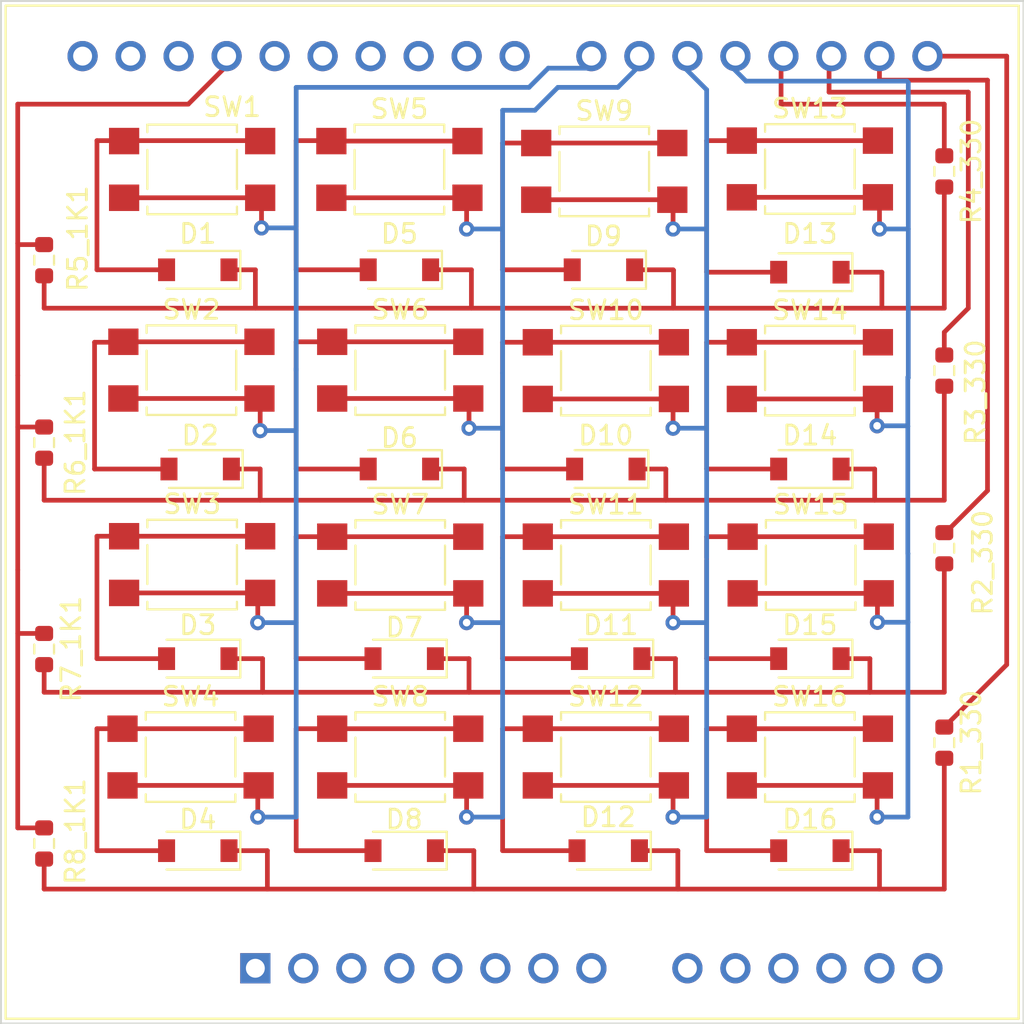
<source format=kicad_pcb>
(kicad_pcb (version 20211014) (generator pcbnew)
  (layers (0 "F.Cu" signal) (31 "B.Cu" signal) (34 "B.Paste" user) (35 "F.Paste" user) (36 "B.SilkS" user "B.Silkscreen") (37 "F.SilkS" user "F.Silkscreen") (38 "B.Mask" user) (39 "F.Mask" user) (44 "Edge.Cuts" user))
  (net 0 "")
  (net 15 "Net-(D1-Pad1)")
  (net 16 "Net-(D1-Pad2)")
  (net 17 "Net-(D11-Pad2)")
  (net 24 "Net-(D5-Pad1)")
  (net 28 "Net-(D9-Pad1)")
  (net 29 "Net-(D15-Pad1)")
  (net 30 "Net-(R1_330-Pad1)")
  (net 31 "Net-(R2_330-Pad1)")
  (net 32 "Net-(R3_330-Pad1)")
  (net 33 "Net-(R4_330-Pad1)")
  (net 34 "Net-(R5_1K1-Pad1)")
  (net 35 "Net-(SW1-Pad2)")
  (net 36 "Net-(D13-Pad1)")
  (net 37 "Net-(SW10-Pad2)")
  (net 38 "Net-(D2-Pad1)")
  (net 39 "Net-(D10-Pad2)")
  (net 40 "Net-(D3-Pad1)")
  (net 41 "Net-(D4-Pad1)")
  (net 42 "Net-(D12-Pad2)")
  (net 43 "Net-(D6-Pad1)")
  (net 44 "Net-(D7-Pad1)")
  (net 45 "Net-(D8-Pad1)")
  (net 46 "Net-(D10-Pad1)")
  (net 47 "Net-(D11-Pad1)")
  (net 48 "Net-(D12-Pad1)")
  (net 49 "Net-(D14-Pad1)")
  (net 50 "Net-(D16-Pad1)")
  (net 51 "Net-(SW5-Pad2)")
  (net 52 "Net-(SW13-Pad2)")
  (footprint "Diode_SMD:D_SOD-123" (layer "F.Cu") (at 121.412 67.945 180)
    (fp_text reference "D2" (at 0 1.778) (layer "F.SilkS"))
    (fp_text value "DIODE")
    (pad "1" smd rect (at 1.651 0 180) (size 0.9 1.2) (layers "F.Cu" "F.Paste" "F.Mask") (net 38 "Net-(D2-Pad1)"))
    (pad "2" smd rect (at -1.651 0 180) (size 0.9 1.2) (layers "F.Cu" "F.Paste" "F.Mask") (net 39 "Net-(D10-Pad2)"))
  )
  (footprint "Resistor_SMD:R_0603_1608Metric" (layer "F.Cu") (at 160.782 82.423 -90)
    (fp_text reference "R1_330" (at 0 -1.43 -90) (layer "F.SilkS"))
    (fp_text value "R_Small_US")
    (pad "1" smd roundrect (at -0.825 0 270) (size 0.8 0.95) (layers "F.Cu" "F.Paste" "F.Mask") (net 30 "Net-(R1_330-Pad1)"))
    (pad "2" smd roundrect (at 0.825 0 270) (size 0.8 0.95) (layers "F.Cu" "F.Paste" "F.Mask") (net 42 "Net-(D12-Pad2)"))
  )
  (footprint "Diode_SMD:D_SOD-123" (layer "F.Cu") (at 121.285 88.138 180)
    (fp_text reference "D4" (at 0 1.651) (layer "F.SilkS"))
    (fp_text value "DIODE")
    (pad "1" smd rect (at 1.651 0 180) (size 0.9 1.2) (layers "F.Cu" "F.Paste" "F.Mask") (net 41 "Net-(D4-Pad1)"))
    (pad "2" smd rect (at -1.651 0 180) (size 0.9 1.2) (layers "F.Cu" "F.Paste" "F.Mask") (net 42 "Net-(D12-Pad2)"))
  )
  (footprint "Diode_SMD:D_SOD-123" (layer "F.Cu") (at 153.67 77.978 180)
    (fp_text reference "D15" (at 0.001 1.778) (layer "F.SilkS"))
    (fp_text value "DIODE")
    (pad "1" smd rect (at 1.651 0 180) (size 0.9 1.2) (layers "F.Cu" "F.Paste" "F.Mask") (net 29 "Net-(D15-Pad1)"))
    (pad "2" smd rect (at -1.651 0 180) (size 0.9 1.2) (layers "F.Cu" "F.Paste" "F.Mask") (net 17 "Net-(D11-Pad2)"))
  )
  (footprint "Button_Switch_SMD:SW_SPST_TL3305B" (layer "F.Cu") (at 142.875 62.738)
    (fp_text reference "SW10" (at 0 -3.2) (layer "F.SilkS"))
    (fp_text value "SW_Push")
    (pad "1" smd rect (at 3.6 -1.5) (size 1.6 1.4) (layers "F.Cu" "F.Paste" "F.Mask") (net 46 "Net-(D10-Pad1)"))
    (pad "1" smd rect (at -3.6 -1.5) (size 1.6 1.4) (layers "F.Cu" "F.Paste" "F.Mask") (net 46 "Net-(D10-Pad1)"))
    (pad "2" smd rect (at -3.6 1.5) (size 1.6 1.4) (layers "F.Cu" "F.Paste" "F.Mask") (net 37 "Net-(SW10-Pad2)"))
    (pad "2" smd rect (at 3.6 1.5) (size 1.6 1.4) (layers "F.Cu" "F.Paste" "F.Mask") (net 37 "Net-(SW10-Pad2)"))
  )
  (footprint "Button_Switch_SMD:SW_SPST_TL3305B" (layer "F.Cu") (at 120.948 62.714)
    (fp_text reference "SW2" (at 0 -3.2) (layer "F.SilkS"))
    (fp_text value "SW_Push")
    (pad "1" smd rect (at -3.6 -1.5) (size 1.6 1.4) (layers "F.Cu" "F.Paste" "F.Mask") (net 38 "Net-(D2-Pad1)"))
    (pad "1" smd rect (at 3.6 -1.5) (size 1.6 1.4) (layers "F.Cu" "F.Paste" "F.Mask") (net 38 "Net-(D2-Pad1)"))
    (pad "2" smd rect (at 3.6 1.5) (size 1.6 1.4) (layers "F.Cu" "F.Paste" "F.Mask") (net 35 "Net-(SW1-Pad2)"))
    (pad "2" smd rect (at -3.6 1.5) (size 1.6 1.4) (layers "F.Cu" "F.Paste" "F.Mask") (net 35 "Net-(SW1-Pad2)"))
  )
  (footprint "Resistor_SMD:R_0603_1608Metric" (layer "F.Cu") (at 113.157 66.548 -90)
    (fp_text reference "R6_1K1" (at 0 -1.651 90) (layer "F.SilkS"))
    (fp_text value "R_Small_US")
    (pad "1" smd roundrect (at -0.825 0 270) (size 0.8 0.95) (layers "F.Cu" "F.Paste" "F.Mask") (net 34 "Net-(R5_1K1-Pad1)"))
    (pad "2" smd roundrect (at 0.825 0 270) (size 0.8 0.95) (layers "F.Cu" "F.Paste" "F.Mask") (net 39 "Net-(D10-Pad2)"))
  )
  (footprint "Button_Switch_SMD:SW_SPST_TL3305B" (layer "F.Cu") (at 153.714 73.025)
    (fp_text reference "SW15" (at 0 -3.2) (layer "F.SilkS"))
    (fp_text value "SW_Push")
    (pad "1" smd rect (at -3.6 -1.5) (size 1.6 1.4) (layers "F.Cu" "F.Paste" "F.Mask") (net 29 "Net-(D15-Pad1)"))
    (pad "1" smd rect (at 3.6 -1.5) (size 1.6 1.4) (layers "F.Cu" "F.Paste" "F.Mask") (net 29 "Net-(D15-Pad1)"))
    (pad "2" smd rect (at -3.6 1.5) (size 1.6 1.4) (layers "F.Cu" "F.Paste" "F.Mask") (net 52 "Net-(SW13-Pad2)"))
    (pad "2" smd rect (at 3.6 1.5) (size 1.6 1.4) (layers "F.Cu" "F.Paste" "F.Mask") (net 52 "Net-(SW13-Pad2)"))
  )
  (footprint "Diode_SMD:D_SOD-123" (layer "F.Cu") (at 142.748 57.404 180)
    (fp_text reference "D9" (at 0 1.778) (layer "F.SilkS"))
    (fp_text value "DIODE")
    (pad "1" smd rect (at 1.651 0 180) (size 0.9 1.2) (layers "F.Cu" "F.Paste" "F.Mask") (net 28 "Net-(D9-Pad1)"))
    (pad "2" smd rect (at -1.651 0 180) (size 0.9 1.2) (layers "F.Cu" "F.Paste" "F.Mask") (net 16 "Net-(D1-Pad2)"))
  )
  (footprint "Button_Switch_SMD:SW_SPST_TL3305B" (layer "F.Cu") (at 153.67 62.738)
    (fp_text reference "SW14" (at 0 -3.2) (layer "F.SilkS"))
    (fp_text value "SW_Push")
    (pad "1" smd rect (at 3.6 -1.5) (size 1.6 1.4) (layers "F.Cu" "F.Paste" "F.Mask") (net 49 "Net-(D14-Pad1)"))
    (pad "1" smd rect (at -3.6 -1.5) (size 1.6 1.4) (layers "F.Cu" "F.Paste" "F.Mask") (net 49 "Net-(D14-Pad1)"))
    (pad "2" smd rect (at 3.6 1.5) (size 1.6 1.4) (layers "F.Cu" "F.Paste" "F.Mask") (net 52 "Net-(SW13-Pad2)"))
    (pad "2" smd rect (at -3.6 1.5) (size 1.6 1.4) (layers "F.Cu" "F.Paste" "F.Mask") (net 52 "Net-(SW13-Pad2)"))
  )
  (footprint "Button_Switch_SMD:SW_SPST_TL3305B" (layer "F.Cu") (at 131.997 83.185)
    (fp_text reference "SW8" (at 0 -3.2) (layer "F.SilkS"))
    (fp_text value "SW_Push")
    (pad "1" smd rect (at -3.6 -1.5) (size 1.6 1.4) (layers "F.Cu" "F.Paste" "F.Mask") (net 45 "Net-(D8-Pad1)"))
    (pad "1" smd rect (at 3.6 -1.5) (size 1.6 1.4) (layers "F.Cu" "F.Paste" "F.Mask") (net 45 "Net-(D8-Pad1)"))
    (pad "2" smd rect (at 3.6 1.5) (size 1.6 1.4) (layers "F.Cu" "F.Paste" "F.Mask") (net 51 "Net-(SW5-Pad2)"))
    (pad "2" smd rect (at -3.6 1.5) (size 1.6 1.4) (layers "F.Cu" "F.Paste" "F.Mask") (net 51 "Net-(SW5-Pad2)"))
  )
  (footprint "Resistor_SMD:R_0603_1608Metric" (layer "F.Cu") (at 160.782 72.136 -90)
    (fp_text reference "R2_330" (at 0.762 -2.032 -90) (layer "F.SilkS"))
    (fp_text value "R_Small_US")
    (pad "1" smd roundrect (at -0.825 0 270) (size 0.8 0.95) (layers "F.Cu" "F.Paste" "F.Mask") (net 31 "Net-(R2_330-Pad1)"))
    (pad "2" smd roundrect (at 0.825 0 270) (size 0.8 0.95) (layers "F.Cu" "F.Paste" "F.Mask") (net 17 "Net-(D11-Pad2)"))
  )
  (footprint "Resistor_SMD:R_0603_1608Metric" (layer "F.Cu") (at 160.782 62.738 -90)
    (fp_text reference "R3_330" (at 1.143 -1.651 -90) (layer "F.SilkS"))
    (fp_text value "R_Small_US")
    (pad "1" smd roundrect (at -0.825 0 270) (size 0.8 0.95) (layers "F.Cu" "F.Paste" "F.Mask") (net 32 "Net-(R3_330-Pad1)"))
    (pad "2" smd roundrect (at 0.825 0 270) (size 0.8 0.95) (layers "F.Cu" "F.Paste" "F.Mask") (net 39 "Net-(D10-Pad2)"))
  )
  (footprint "Button_Switch_SMD:SW_SPST_TL3305B" (layer "F.Cu") (at 131.997 73.025)
    (fp_text reference "SW7" (at 0 -3.2) (layer "F.SilkS"))
    (fp_text value "SW_Push")
    (pad "1" smd rect (at -3.6 -1.5) (size 1.6 1.4) (layers "F.Cu" "F.Paste" "F.Mask") (net 44 "Net-(D7-Pad1)"))
    (pad "1" smd rect (at 3.6 -1.5) (size 1.6 1.4) (layers "F.Cu" "F.Paste" "F.Mask") (net 44 "Net-(D7-Pad1)"))
    (pad "2" smd rect (at -3.6 1.5) (size 1.6 1.4) (layers "F.Cu" "F.Paste" "F.Mask") (net 51 "Net-(SW5-Pad2)"))
    (pad "2" smd rect (at 3.6 1.5) (size 1.6 1.4) (layers "F.Cu" "F.Paste" "F.Mask") (net 51 "Net-(SW5-Pad2)"))
  )
  (footprint "Diode_SMD:D_SOD-123" (layer "F.Cu") (at 121.285 57.404 180)
    (fp_text reference "D1" (at 0 1.905) (layer "F.SilkS"))
    (fp_text value "DIODE")
    (pad "1" smd rect (at 1.651 0 180) (size 0.9 1.2) (layers "F.Cu" "F.Paste" "F.Mask") (net 15 "Net-(D1-Pad1)"))
    (pad "2" smd rect (at -1.651 0 180) (size 0.9 1.2) (layers "F.Cu" "F.Paste" "F.Mask") (net 16 "Net-(D1-Pad2)"))
  )
  (footprint "Button_Switch_SMD:SW_SPST_TL3305B" (layer "F.Cu") (at 153.67 52.07)
    (fp_text reference "SW13" (at 0 -3.2) (layer "F.SilkS"))
    (fp_text value "SW_Push")
    (pad "1" smd rect (at 3.6 -1.5) (size 1.6 1.4) (layers "F.Cu" "F.Paste" "F.Mask") (net 36 "Net-(D13-Pad1)"))
    (pad "1" smd rect (at -3.6 -1.5) (size 1.6 1.4) (layers "F.Cu" "F.Paste" "F.Mask") (net 36 "Net-(D13-Pad1)"))
    (pad "2" smd rect (at -3.6 1.5) (size 1.6 1.4) (layers "F.Cu" "F.Paste" "F.Mask") (net 52 "Net-(SW13-Pad2)"))
    (pad "2" smd rect (at 3.6 1.5) (size 1.6 1.4) (layers "F.Cu" "F.Paste" "F.Mask") (net 52 "Net-(SW13-Pad2)"))
  )
  (footprint "Diode_SMD:D_SOD-123" (layer "F.Cu") (at 153.67 57.531 180)
    (fp_text reference "D13" (at 0 2.032) (layer "F.SilkS"))
    (fp_text value "DIODE")
    (pad "1" smd rect (at 1.651 0 180) (size 0.9 1.2) (layers "F.Cu" "F.Paste" "F.Mask") (net 36 "Net-(D13-Pad1)"))
    (pad "2" smd rect (at -1.651 0 180) (size 0.9 1.2) (layers "F.Cu" "F.Paste" "F.Mask") (net 16 "Net-(D1-Pad2)"))
  )
  (footprint "Resistor_SMD:R_0603_1608Metric" (layer "F.Cu") (at 113.157 56.896 -90)
    (fp_text reference "R5_1K1" (at -1.143 -1.778 -90) (layer "F.SilkS"))
    (fp_text value "R_Small_US")
    (pad "1" smd roundrect (at -0.825 0 270) (size 0.8 0.95) (layers "F.Cu" "F.Paste" "F.Mask") (net 34 "Net-(R5_1K1-Pad1)"))
    (pad "2" smd roundrect (at 0.825 0 270) (size 0.8 0.95) (layers "F.Cu" "F.Paste" "F.Mask") (net 16 "Net-(D1-Pad2)"))
  )
  (footprint "Diode_SMD:D_SOD-123" (layer "F.Cu") (at 132.207 77.978 180)
    (fp_text reference "D7" (at 0 1.651) (layer "F.SilkS"))
    (fp_text value "DIODE")
    (pad "1" smd rect (at 1.651 0 180) (size 0.9 1.2) (layers "F.Cu" "F.Paste" "F.Mask") (net 44 "Net-(D7-Pad1)"))
    (pad "2" smd rect (at -1.651 0 180) (size 0.9 1.2) (layers "F.Cu" "F.Paste" "F.Mask") (net 17 "Net-(D11-Pad2)"))
  )
  (footprint "Diode_SMD:D_SOD-123" (layer "F.Cu") (at 131.953 57.404 180)
    (fp_text reference "D5" (at 0.001 1.905) (layer "F.SilkS"))
    (fp_text value "DIODE")
    (pad "1" smd rect (at 1.651 0 180) (size 0.9 1.2) (layers "F.Cu" "F.Paste" "F.Mask") (net 24 "Net-(D5-Pad1)"))
    (pad "2" smd rect (at -1.651 0 180) (size 0.9 1.2) (layers "F.Cu" "F.Paste" "F.Mask") (net 16 "Net-(D1-Pad2)"))
  )
  (footprint "Button_Switch_SMD:SW_SPST_TL3305B" (layer "F.Cu") (at 131.997 62.714)
    (fp_text reference "SW6" (at 0 -3.2) (layer "F.SilkS"))
    (fp_text value "SW_Push")
    (pad "1" smd rect (at 3.6 -1.5) (size 1.6 1.4) (layers "F.Cu" "F.Paste" "F.Mask") (net 43 "Net-(D6-Pad1)"))
    (pad "1" smd rect (at -3.6 -1.5) (size 1.6 1.4) (layers "F.Cu" "F.Paste" "F.Mask") (net 43 "Net-(D6-Pad1)"))
    (pad "2" smd rect (at 3.6 1.5) (size 1.6 1.4) (layers "F.Cu" "F.Paste" "F.Mask") (net 51 "Net-(SW5-Pad2)"))
    (pad "2" smd rect (at -3.6 1.5) (size 1.6 1.4) (layers "F.Cu" "F.Paste" "F.Mask") (net 51 "Net-(SW5-Pad2)"))
  )
  (footprint "Custom_Components:DE10_Lite" (layer "F.Cu") (at 139.825 71.753)
    (fp_text reference "U1" hide)
    (fp_text value "DE10_Lite")
    (pad "1" thru_hole rect (at -15.494 22.606 90) (size 1.6 1.6) (drill 1) (layers *.Mask "F.Cu" "In1.Cu" "B.Cu"))
    (pad "2" thru_hole oval (at -12.954 22.606 90) (size 1.6 1.6) (drill 1) (layers *.Mask "F.Cu" "In1.Cu" "B.Cu"))
    (pad "3" thru_hole oval (at -10.414 22.606 90) (size 1.6 1.6) (drill 1) (layers *.Mask "F.Cu" "In1.Cu" "B.Cu"))
    (pad "4" thru_hole oval (at -7.874 22.606 90) (size 1.6 1.6) (drill 1) (layers *.Mask "F.Cu" "In1.Cu" "B.Cu"))
    (pad "5" thru_hole oval (at -5.334 22.606 90) (size 1.6 1.6) (drill 1) (layers *.Mask "F.Cu" "In1.Cu" "B.Cu"))
    (pad "6" thru_hole oval (at -2.794 22.606 90) (size 1.6 1.6) (drill 1) (layers *.Mask "F.Cu" "In1.Cu" "B.Cu"))
    (pad "7" thru_hole oval (at -0.254 22.606 90) (size 1.6 1.6) (drill 1) (layers *.Mask "F.Cu" "In1.Cu" "B.Cu"))
    (pad "8" thru_hole oval (at 2.286 22.606 90) (size 1.6 1.6) (drill 1) (layers *.Mask "F.Cu" "In1.Cu" "B.Cu"))
    (pad "9" thru_hole oval (at 7.366 22.606 90) (size 1.6 1.6) (drill 1) (layers *.Mask "F.Cu" "In1.Cu" "B.Cu"))
    (pad "10" thru_hole oval (at 9.906 22.606 90) (size 1.6 1.6) (drill 1) (layers *.Mask "F.Cu" "In1.Cu" "B.Cu"))
    (pad "11" thru_hole oval (at 12.446 22.606 90) (size 1.6 1.6) (drill 1) (layers *.Mask "F.Cu" "In1.Cu" "B.Cu"))
    (pad "12" thru_hole oval (at 14.986 22.606 90) (size 1.6 1.6) (drill 1) (layers *.Mask "F.Cu" "In1.Cu" "B.Cu"))
    (pad "13" thru_hole oval (at 17.526 22.606 90) (size 1.6 1.6) (drill 1) (layers *.Mask "F.Cu" "In1.Cu" "B.Cu"))
    (pad "14" thru_hole oval (at 20.066 22.606 90) (size 1.6 1.6) (drill 1) (layers *.Mask "F.Cu" "In1.Cu" "B.Cu"))
    (pad "15" thru_hole oval (at 20.066 -25.654 90) (size 1.6 1.6) (drill 1) (layers *.Mask "F.Cu" "In1.Cu" "B.Cu") (net 30 "Net-(R1_330-Pad1)"))
    (pad "16" thru_hole oval (at 17.526 -25.654 90) (size 1.6 1.6) (drill 1) (layers *.Mask "F.Cu" "In1.Cu" "B.Cu") (net 31 "Net-(R2_330-Pad1)"))
    (pad "17" thru_hole oval (at 14.986 -25.654 90) (size 1.6 1.6) (drill 1) (layers *.Mask "F.Cu" "In1.Cu" "B.Cu") (net 32 "Net-(R3_330-Pad1)"))
    (pad "18" thru_hole oval (at 12.446 -25.654 90) (size 1.6 1.6) (drill 1) (layers *.Mask "F.Cu" "In1.Cu" "B.Cu") (net 33 "Net-(R4_330-Pad1)"))
    (pad "19" thru_hole oval (at 9.906 -25.654 90) (size 1.6 1.6) (drill 1) (layers *.Mask "F.Cu" "In1.Cu" "B.Cu") (net 52 "Net-(SW13-Pad2)"))
    (pad "20" thru_hole oval (at 7.366 -25.654 90) (size 1.6 1.6) (drill 1) (layers *.Mask "F.Cu" "In1.Cu" "B.Cu") (net 37 "Net-(SW10-Pad2)"))
    (pad "21" thru_hole oval (at 4.826 -25.654 90) (size 1.6 1.6) (drill 1) (layers *.Mask "F.Cu" "In1.Cu" "B.Cu") (net 51 "Net-(SW5-Pad2)"))
    (pad "22" thru_hole oval (at 2.286 -25.654 90) (size 1.6 1.6) (drill 1) (layers *.Mask "F.Cu" "In1.Cu" "B.Cu") (net 35 "Net-(SW1-Pad2)"))
    (pad "23" thru_hole oval (at -1.774 -25.654 90) (size 1.6 1.6) (drill 1) (layers *.Mask "F.Cu" "In1.Cu" "B.Cu"))
    (pad "24" thru_hole oval (at -4.314 -25.654 90) (size 1.6 1.6) (drill 1) (layers *.Mask "F.Cu" "In1.Cu" "B.Cu"))
    (pad "25" thru_hole oval (at -6.854 -25.654 90) (size 1.6 1.6) (drill 1) (layers *.Mask "F.Cu" "In1.Cu" "B.Cu"))
    (pad "26" thru_hole oval (at -9.394 -25.654 90) (size 1.6 1.6) (drill 1) (layers *.Mask "F.Cu" "In1.Cu" "B.Cu"))
    (pad "27" thru_hole oval (at -11.934 -25.654 90) (size 1.6 1.6) (drill 1) (layers *.Mask "F.Cu" "In1.Cu" "B.Cu"))
    (pad "28" thru_hole oval (at -14.474 -25.654 90) (size 1.6 1.6) (drill 1) (layers *.Mask "F.Cu" "In1.Cu" "B.Cu"))
    (pad "29" thru_hole oval (at -17.014 -25.654 90) (size 1.6 1.6) (drill 1) (layers *.Cu *.Mask) (net 34 "Net-(R5_1K1-Pad1)"))
    (pad "30" thru_hole oval (at -19.554 -25.654 90) (size 1.6 1.6) (drill 1) (layers *.Mask "F.Cu" "In1.Cu" "B.Cu"))
    (pad "31" thru_hole oval (at -22.094 -25.654 90) (size 1.6 1.6) (drill 1) (layers *.Mask "F.Cu" "In1.Cu" "B.Cu"))
    (pad "32" thru_hole oval (at -24.634 -25.654 90) (size 1.6 1.6) (drill 1) (layers *.Mask "F.Cu" "In1.Cu" "B.Cu"))
  )
  (footprint "Diode_SMD:D_SOD-123" (layer "F.Cu") (at 121.285 77.978 180)
    (fp_text reference "D3" (at 0 1.778) (layer "F.SilkS"))
    (fp_text value "DIODE")
    (pad "1" smd rect (at 1.651 0 180) (size 0.9 1.2) (layers "F.Cu" "F.Paste" "F.Mask") (net 40 "Net-(D3-Pad1)"))
    (pad "2" smd rect (at -1.651 0 180) (size 0.9 1.2) (layers "F.Cu" "F.Paste" "F.Mask") (net 17 "Net-(D11-Pad2)"))
  )
  (footprint "Diode_SMD:D_SOD-123" (layer "F.Cu") (at 143.002 88.138 180)
    (fp_text reference "D12" (at 0 1.778) (layer "F.SilkS"))
    (fp_text value "DIODE")
    (pad "1" smd rect (at 1.651 0 180) (size 0.9 1.2) (layers "F.Cu" "F.Paste" "F.Mask") (net 48 "Net-(D12-Pad1)"))
    (pad "2" smd rect (at -1.651 0 180) (size 0.9 1.2) (layers "F.Cu" "F.Paste" "F.Mask") (net 42 "Net-(D12-Pad2)"))
  )
  (footprint "Diode_SMD:D_SOD-123" (layer "F.Cu") (at 153.67 88.138 180)
    (fp_text reference "D16" (at 0 1.651) (layer "F.SilkS"))
    (fp_text value "DIODE")
    (pad "1" smd rect (at 1.651 0 180) (size 0.9 1.2) (layers "F.Cu" "F.Paste" "F.Mask") (net 50 "Net-(D16-Pad1)"))
    (pad "2" smd rect (at -1.651 0 180) (size 0.9 1.2) (layers "F.Cu" "F.Paste" "F.Mask") (net 42 "Net-(D12-Pad2)"))
  )
  (footprint "Diode_SMD:D_SOD-123" (layer "F.Cu") (at 131.953 67.945 180)
    (fp_text reference "D6" (at 0 1.651) (layer "F.SilkS"))
    (fp_text value "DIODE")
    (pad "1" smd rect (at 1.651 0 180) (size 0.9 1.2) (layers "F.Cu" "F.Paste" "F.Mask") (net 43 "Net-(D6-Pad1)"))
    (pad "2" smd rect (at -1.651 0 180) (size 0.9 1.2) (layers "F.Cu" "F.Paste" "F.Mask") (net 39 "Net-(D10-Pad2)"))
  )
  (footprint "Button_Switch_SMD:SW_SPST_TL3305B" (layer "F.Cu") (at 142.875 73.025)
    (fp_text reference "SW11" (at 0 -3.2) (layer "F.SilkS"))
    (fp_text value "SW_Push")
    (pad "1" smd rect (at 3.6 -1.5) (size 1.6 1.4) (layers "F.Cu" "F.Paste" "F.Mask") (net 47 "Net-(D11-Pad1)"))
    (pad "1" smd rect (at -3.6 -1.5) (size 1.6 1.4) (layers "F.Cu" "F.Paste" "F.Mask") (net 47 "Net-(D11-Pad1)"))
    (pad "2" smd rect (at -3.6 1.5) (size 1.6 1.4) (layers "F.Cu" "F.Paste" "F.Mask") (net 37 "Net-(SW10-Pad2)"))
    (pad "2" smd rect (at 3.6 1.5) (size 1.6 1.4) (layers "F.Cu" "F.Paste" "F.Mask") (net 37 "Net-(SW10-Pad2)"))
  )
  (footprint "Button_Switch_SMD:SW_SPST_TL3305B" (layer "F.Cu") (at 142.875 83.185)
    (fp_text reference "SW12" (at 0 -3.2) (layer "F.SilkS"))
    (fp_text value "SW_Push")
    (pad "1" smd rect (at -3.6 -1.5) (size 1.6 1.4) (layers "F.Cu" "F.Paste" "F.Mask") (net 48 "Net-(D12-Pad1)"))
    (pad "1" smd rect (at 3.6 -1.5) (size 1.6 1.4) (layers "F.Cu" "F.Paste" "F.Mask") (net 48 "Net-(D12-Pad1)"))
    (pad "2" smd rect (at -3.6 1.5) (size 1.6 1.4) (layers "F.Cu" "F.Paste" "F.Mask") (net 37 "Net-(SW10-Pad2)"))
    (pad "2" smd rect (at 3.6 1.5) (size 1.6 1.4) (layers "F.Cu" "F.Paste" "F.Mask") (net 37 "Net-(SW10-Pad2)"))
  )
  (footprint "Button_Switch_SMD:SW_SPST_TL3305B" (layer "F.Cu") (at 131.953 52.094)
    (fp_text reference "SW5" (at 0 -3.2) (layer "F.SilkS"))
    (fp_text value "SW_Push")
    (pad "1" smd rect (at 3.6 -1.5) (size 1.6 1.4) (layers "F.Cu" "F.Paste" "F.Mask") (net 24 "Net-(D5-Pad1)"))
    (pad "1" smd rect (at -3.6 -1.5) (size 1.6 1.4) (layers "F.Cu" "F.Paste" "F.Mask") (net 24 "Net-(D5-Pad1)"))
    (pad "2" smd rect (at -3.6 1.5) (size 1.6 1.4) (layers "F.Cu" "F.Paste" "F.Mask") (net 51 "Net-(SW5-Pad2)"))
    (pad "2" smd rect (at 3.6 1.5) (size 1.6 1.4) (layers "F.Cu" "F.Paste" "F.Mask") (net 51 "Net-(SW5-Pad2)"))
  )
  (footprint "Button_Switch_SMD:SW_SPST_TL3305B" (layer "F.Cu") (at 142.792 52.197)
    (fp_text reference "SW9" (at 0 -3.2) (layer "F.SilkS"))
    (fp_text value "SW_Push")
    (pad "1" smd rect (at 3.6 -1.5) (size 1.6 1.4) (layers "F.Cu" "F.Paste" "F.Mask") (net 28 "Net-(D9-Pad1)"))
    (pad "1" smd rect (at -3.6 -1.5) (size 1.6 1.4) (layers "F.Cu" "F.Paste" "F.Mask") (net 28 "Net-(D9-Pad1)"))
    (pad "2" smd rect (at 3.6 1.5) (size 1.6 1.4) (layers "F.Cu" "F.Paste" "F.Mask") (net 37 "Net-(SW10-Pad2)"))
    (pad "2" smd rect (at -3.6 1.5) (size 1.6 1.4) (layers "F.Cu" "F.Paste" "F.Mask") (net 37 "Net-(SW10-Pad2)"))
  )
  (footprint "Resistor_SMD:R_0603_1608Metric" (layer "F.Cu") (at 113.157 77.47 -90)
    (fp_text reference "R7_1K1" (at 0 -1.43 90) (layer "F.SilkS"))
    (fp_text value "R_Small_US")
    (pad "1" smd roundrect (at -0.825 0 270) (size 0.8 0.95) (layers "F.Cu" "F.Paste" "F.Mask") (net 34 "Net-(R5_1K1-Pad1)"))
    (pad "2" smd roundrect (at 0.825 0 270) (size 0.8 0.95) (layers "F.Cu" "F.Paste" "F.Mask") (net 17 "Net-(D11-Pad2)"))
  )
  (footprint "Button_Switch_SMD:SW_SPST_TL3305B" (layer "F.Cu") (at 153.67 83.185)
    (fp_text reference "SW16" (at 0 -3.2) (layer "F.SilkS"))
    (fp_text value "SW_Push")
    (pad "1" smd rect (at 3.6 -1.5) (size 1.6 1.4) (layers "F.Cu" "F.Paste" "F.Mask") (net 50 "Net-(D16-Pad1)"))
    (pad "1" smd rect (at -3.6 -1.5) (size 1.6 1.4) (layers "F.Cu" "F.Paste" "F.Mask") (net 50 "Net-(D16-Pad1)"))
    (pad "2" smd rect (at -3.6 1.5) (size 1.6 1.4) (layers "F.Cu" "F.Paste" "F.Mask") (net 52 "Net-(SW13-Pad2)"))
    (pad "2" smd rect (at 3.6 1.5) (size 1.6 1.4) (layers "F.Cu" "F.Paste" "F.Mask") (net 52 "Net-(SW13-Pad2)"))
  )
  (footprint "Diode_SMD:D_SOD-123" (layer "F.Cu") (at 142.875 67.945 180)
    (fp_text reference "D10" (at 0 1.778) (layer "F.SilkS"))
    (fp_text value "DIODE")
    (pad "1" smd rect (at 1.651 0 180) (size 0.9 1.2) (layers "F.Cu" "F.Paste" "F.Mask") (net 46 "Net-(D10-Pad1)"))
    (pad "2" smd rect (at -1.651 0 180) (size 0.9 1.2) (layers "F.Cu" "F.Paste" "F.Mask") (net 39 "Net-(D10-Pad2)"))
  )
  (footprint "Diode_SMD:D_SOD-123" (layer "F.Cu") (at 132.207 88.138 180)
    (fp_text reference "D8" (at 0 1.651) (layer "F.SilkS"))
    (fp_text value "DIODE")
    (pad "1" smd rect (at 1.651 0 180) (size 0.9 1.2) (layers "F.Cu" "F.Paste" "F.Mask") (net 45 "Net-(D8-Pad1)"))
    (pad "2" smd rect (at -1.651 0 180) (size 0.9 1.2) (layers "F.Cu" "F.Paste" "F.Mask") (net 42 "Net-(D12-Pad2)"))
  )
  (footprint "Resistor_SMD:R_0603_1608Metric" (layer "F.Cu") (at 160.782 52.197 -90)
    (fp_text reference "R4_330" (at 0 -1.43 -90) (layer "F.SilkS"))
    (fp_text value "R_Small_US")
    (pad "1" smd roundrect (at -0.825 0 270) (size 0.8 0.95) (layers "F.Cu" "F.Paste" "F.Mask") (net 33 "Net-(R4_330-Pad1)"))
    (pad "2" smd roundrect (at 0.825 0 270) (size 0.8 0.95) (layers "F.Cu" "F.Paste" "F.Mask") (net 16 "Net-(D1-Pad2)"))
  )
  (footprint "Resistor_SMD:R_0603_1608Metric" (layer "F.Cu") (at 113.157 87.757 -90)
    (fp_text reference "R8_1K1" (at -0.635 -1.651 90) (layer "F.SilkS"))
    (fp_text value "R_Small_US")
    (pad "1" smd roundrect (at -0.825 0 270) (size 0.8 0.95) (layers "F.Cu" "F.Paste" "F.Mask") (net 34 "Net-(R5_1K1-Pad1)"))
    (pad "2" smd roundrect (at 0.825 0 270) (size 0.8 0.95) (layers "F.Cu" "F.Paste" "F.Mask") (net 42 "Net-(D12-Pad2)"))
  )
  (footprint "Diode_SMD:D_SOD-123" (layer "F.Cu") (at 143.129 77.978 180)
    (fp_text reference "D11" (at 0 1.778) (layer "F.SilkS"))
    (fp_text value "DIODE")
    (pad "1" smd rect (at 1.651 0 180) (size 0.9 1.2) (layers "F.Cu" "F.Paste" "F.Mask") (net 47 "Net-(D11-Pad1)"))
    (pad "2" smd rect (at -1.651 0 180) (size 0.9 1.2) (layers "F.Cu" "F.Paste" "F.Mask") (net 17 "Net-(D11-Pad2)"))
  )
  (footprint "Button_Switch_SMD:SW_SPST_TL3305B" (layer "F.Cu") (at 120.987 52.094)
    (fp_text reference "SW1" (at 2.115 -3.302) (layer "F.SilkS"))
    (fp_text value "SW_Push")
    (pad "1" smd rect (at 3.6 -1.5) (size 1.6 1.4) (layers "F.Cu" "F.Paste" "F.Mask") (net 15 "Net-(D1-Pad1)"))
    (pad "1" smd rect (at -3.6 -1.5) (size 1.6 1.4) (layers "F.Cu" "F.Paste" "F.Mask") (net 15 "Net-(D1-Pad1)"))
    (pad "2" smd rect (at -3.6 1.5) (size 1.6 1.4) (layers "F.Cu" "F.Paste" "F.Mask") (net 35 "Net-(SW1-Pad2)"))
    (pad "2" smd rect (at 3.6 1.5) (size 1.6 1.4) (layers "F.Cu" "F.Paste" "F.Mask") (net 35 "Net-(SW1-Pad2)"))
  )
  (footprint "Diode_SMD:D_SOD-123" (layer "F.Cu") (at 153.67 67.945 180)
    (fp_text reference "D14" (at 0 1.778) (layer "F.SilkS"))
    (fp_text value "DIODE")
    (pad "1" smd rect (at 1.651 0 180) (size 0.9 1.2) (layers "F.Cu" "F.Paste" "F.Mask") (net 49 "Net-(D14-Pad1)"))
    (pad "2" smd rect (at -1.651 0 180) (size 0.9 1.2) (layers "F.Cu" "F.Paste" "F.Mask") (net 39 "Net-(D10-Pad2)"))
  )
  (footprint "Button_Switch_SMD:SW_SPST_TL3305B" (layer "F.Cu") (at 120.987 73.001)
    (fp_text reference "SW3" (at 0 -3.2) (layer "F.SilkS"))
    (fp_text value "SW_Push")
    (pad "1" smd rect (at -3.6 -1.5) (size 1.6 1.4) (layers "F.Cu" "F.Paste" "F.Mask") (net 40 "Net-(D3-Pad1)"))
    (pad "1" smd rect (at 3.6 -1.5) (size 1.6 1.4) (layers "F.Cu" "F.Paste" "F.Mask") (net 40 "Net-(D3-Pad1)"))
    (pad "2" smd rect (at 3.6 1.5) (size 1.6 1.4) (layers "F.Cu" "F.Paste" "F.Mask") (net 35 "Net-(SW1-Pad2)"))
    (pad "2" smd rect (at -3.6 1.5) (size 1.6 1.4) (layers "F.Cu" "F.Paste" "F.Mask") (net 35 "Net-(SW1-Pad2)"))
  )
  (footprint "Button_Switch_SMD:SW_SPST_TL3305B" (layer "F.Cu") (at 120.904 83.185)
    (fp_text reference "SW4" (at 0 -3.2) (layer "F.SilkS"))
    (fp_text value "SW_Push")
    (pad "1" smd rect (at -3.6 -1.5) (size 1.6 1.4) (layers "F.Cu" "F.Paste" "F.Mask") (net 41 "Net-(D4-Pad1)"))
    (pad "1" smd rect (at 3.6 -1.5) (size 1.6 1.4) (layers "F.Cu" "F.Paste" "F.Mask") (net 41 "Net-(D4-Pad1)"))
    (pad "2" smd rect (at -3.6 1.5) (size 1.6 1.4) (layers "F.Cu" "F.Paste" "F.Mask") (net 35 "Net-(SW1-Pad2)"))
    (pad "2" smd rect (at 3.6 1.5) (size 1.6 1.4) (layers "F.Cu" "F.Paste" "F.Mask") (net 35 "Net-(SW1-Pad2)"))
  )
  (gr_rect (start 110.871 43.18) (end 164.973 97.282) (layer "Edge.Cuts") (width 0.1) (fill none))
  (segment (start 119.634 57.404) (end 115.951 57.404) (width 0.25) (layer "F.Cu") (net 15))
  (segment (start 115.951 57.404) (end 115.951 50.57) (width 0.25) (layer "F.Cu") (net 15))
  (segment (start 115.951 50.57) (end 124.675 50.57) (width 0.25) (layer "F.Cu") (net 15))
  (segment (start 157.48 59.436) (end 160.782 59.436) (width 0.25) (layer "F.Cu") (net 16))
  (segment (start 135.763 59.436) (end 146.431 59.436) (width 0.25) (layer "F.Cu") (net 16))
  (segment (start 135.763 59.436) (end 135.763 57.404) (width 0.25) (layer "F.Cu") (net 16))
  (segment (start 146.4564 59.4106) (end 146.4564 57.4294) (width 0.25) (layer "F.Cu") (net 16))
  (segment (start 146.431 59.436) (end 157.48 59.436) (width 0.25) (layer "F.Cu") (net 16))
  (segment (start 157.48 59.436) (end 157.48 57.531) (width 0.25) (layer "F.Cu") (net 16))
  (segment (start 113.157 59.436) (end 124.333 59.436) (width 0.25) (layer "F.Cu") (net 16))
  (segment (start 135.763 57.404) (end 133.604 57.404) (width 0.25) (layer "F.Cu") (net 16))
  (segment (start 124.333 59.436) (end 135.763 59.436) (width 0.25) (layer "F.Cu") (net 16))
  (segment (start 124.333 57.404) (end 122.936 57.404) (width 0.25) (layer "F.Cu") (net 16))
  (segment (start 160.782 59.436) (end 160.782 53.022) (width 0.25) (layer "F.Cu") (net 16))
  (segment (start 146.4564 57.4294) (end 146.431 57.404) (width 0.25) (layer "F.Cu") (net 16))
  (segment (start 157.48 57.531) (end 155.321 57.531) (width 0.25) (layer "F.Cu") (net 16))
  (segment (start 146.431 57.404) (end 144.399 57.404) (width 0.25) (layer "F.Cu") (net 16))
  (segment (start 124.333 57.404) (end 124.333 59.436) (width 0.25) (layer "F.Cu") (net 16))
  (segment (start 113.157 57.721) (end 113.157 59.436) (width 0.25) (layer "F.Cu") (net 16))
  (segment (start 146.431 59.436) (end 146.4564 59.4106) (width 0.25) (layer "F.Cu") (net 16))
  (segment (start 146.558 77.978) (end 146.558 79.756) (width 0.25) (layer "F.Cu") (net 17))
  (segment (start 133.858 77.978) (end 135.636 77.978) (width 0.25) (layer "F.Cu") (net 17))
  (segment (start 146.558 79.756) (end 156.845 79.756) (width 0.25) (layer "F.Cu") (net 17))
  (segment (start 113.157 78.295) (end 113.157 79.756) (width 0.25) (layer "F.Cu") (net 17))
  (segment (start 124.714 79.756) (end 135.636 79.756) (width 0.25) (layer "F.Cu") (net 17))
  (segment (start 135.636 79.756) (end 146.558 79.756) (width 0.25) (layer "F.Cu") (net 17))
  (segment (start 156.845 79.756) (end 160.782 79.756) (width 0.25) (layer "F.Cu") (net 17))
  (segment (start 135.636 77.978) (end 135.636 79.756) (width 0.25) (layer "F.Cu") (net 17))
  (segment (start 156.845 77.978) (end 156.845 79.756) (width 0.25) (layer "F.Cu") (net 17))
  (segment (start 155.321 77.978) (end 156.845 77.978) (width 0.25) (layer "F.Cu") (net 17))
  (segment (start 144.78 77.978) (end 146.558 77.978) (width 0.25) (layer "F.Cu") (net 17))
  (segment (start 160.782 79.756) (end 160.782 72.961) (width 0.25) (layer "F.Cu") (net 17))
  (segment (start 122.936 77.978) (end 124.714 77.978) (width 0.25) (layer "F.Cu") (net 17))
  (segment (start 124.714 77.978) (end 124.714 79.756) (width 0.25) (layer "F.Cu") (net 17))
  (segment (start 113.157 79.756) (end 124.714 79.756) (width 0.25) (layer "F.Cu") (net 17))
  (segment (start 128.524 50.594) (end 135.724 50.594) (width 0.25) (layer "F.Cu") (net 24))
  (segment (start 126.492 57.404) (end 126.492 50.57) (width 0.25) (layer "F.Cu") (net 24))
  (segment (start 126.492 50.57) (end 128.353 50.57) (width 0.25) (layer "F.Cu") (net 24))
  (segment (start 130.302 57.404) (end 126.492 57.404) (width 0.25) (layer "F.Cu") (net 24))
  (segment (start 141.097 57.404) (end 137.414 57.404) (width 0.25) (layer "F.Cu") (net 28))
  (segment (start 139.192 50.697) (end 146.392 50.697) (width 0.25) (layer "F.Cu") (net 28))
  (segment (start 137.414 50.697) (end 139.402 50.697) (width 0.25) (layer "F.Cu") (net 28))
  (segment (start 137.414 57.404) (end 137.414 50.697) (width 0.25) (layer "F.Cu") (net 28))
  (segment (start 152.019 77.978) (end 148.209 77.978) (width 0.25) (layer "F.Cu") (net 29))
  (segment (start 150.114 71.525) (end 157.314 71.525) (width 0.25) (layer "F.Cu") (net 29))
  (segment (start 148.209 71.525) (end 150.114 71.525) (width 0.25) (layer "F.Cu") (net 29))
  (segment (start 148.209 77.978) (end 148.209 71.525) (width 0.25) (layer "F.Cu") (net 29))
  (segment (start 159.893 46.101) (end 159.891 46.099) (width 0.25) (layer "F.Cu") (net 30))
  (segment (start 160.782 81.598) (end 164.084 78.296) (width 0.25) (layer "F.Cu") (net 30))
  (segment (start 164.084 46.101) (end 159.893 46.101) (width 0.25) (layer "F.Cu") (net 30))
  (segment (start 164.084 78.296) (end 164.084 46.101) (width 0.25) (layer "F.Cu") (net 30))
  (segment (start 163.068 69.088) (end 163.068 47.371) (width 0.25) (layer "F.Cu") (net 31))
  (segment (start 157.353 47.371) (end 157.351 47.369) (width 0.25) (layer "F.Cu") (net 31))
  (segment (start 157.351 47.369) (end 157.351 46.099) (width 0.25) (layer "F.Cu") (net 31))
  (segment (start 163.068 47.371) (end 157.353 47.371) (width 0.25) (layer "F.Cu") (net 31))
  (segment (start 160.782 71.374) (end 163.068 69.088) (width 0.25) (layer "F.Cu") (net 31))
  (segment (start 162.052 59.436) (end 162.052 48.006) (width 0.25) (layer "F.Cu") (net 32))
  (segment (start 160.782 61.976) (end 160.782 60.706) (width 0.25) (layer "F.Cu") (net 32))
  (segment (start 162.052 48.006) (end 154.686 48.006) (width 0.25) (layer "F.Cu") (net 32))
  (segment (start 154.686 48.006) (end 154.686 46.736) (width 0.25) (layer "F.Cu") (net 32))
  (segment (start 160.782 60.706) (end 162.052 59.436) (width 0.25) (layer "F.Cu") (net 32))
  (segment (start 152.146 48.641) (end 152.146 46.736) (width 0.25) (layer "F.Cu") (net 33))
  (segment (start 160.782 48.641) (end 152.146 48.641) (width 0.25) (layer "F.Cu") (net 33))
  (segment (start 160.782 51.308) (end 160.782 48.641) (width 0.25) (layer "F.Cu") (net 33))
  (segment (start 111.76 86.932) (end 113.157 86.932) (width 0.25) (layer "F.Cu") (net 34))
  (segment (start 111.76 76.645) (end 113.157 76.645) (width 0.25) (layer "F.Cu") (net 34))
  (segment (start 111.824 56.071) (end 111.76 56.007) (width 0.25) (layer "F.Cu") (net 34))
  (segment (start 120.781 48.641) (end 122.686 46.736) (width 0.25) (layer "F.Cu") (net 34))
  (segment (start 111.76 62.992) (end 111.76 56.007) (width 0.25) (layer "F.Cu") (net 34))
  (segment (start 113.157 56.071) (end 111.824 56.071) (width 0.25) (layer "F.Cu") (net 34))
  (segment (start 111.76 56.007) (end 111.76 48.641) (width 0.25) (layer "F.Cu") (net 34))
  (segment (start 111.76 62.992) (end 111.76 73.279) (width 0.25) (layer "F.Cu") (net 34))
  (segment (start 111.76 73.279) (end 111.76 86.932) (width 0.25) (layer "F.Cu") (net 34))
  (segment (start 111.76 48.641) (end 120.781 48.641) (width 0.25) (layer "F.Cu") (net 34))
  (segment (start 111.76 65.723) (end 113.157 65.723) (width 0.25) (layer "F.Cu") (net 34))
  (segment (start 124.46 76.073) (end 124.46 74.628) (width 0.25) (layer "F.Cu") (net 35))
  (segment (start 124.587 53.594) (end 117.387 53.594) (width 0.25) (layer "F.Cu") (net 35))
  (segment (start 124.587 74.501) (end 117.387 74.501) (width 0.25) (layer "F.Cu") (net 35))
  (segment (start 124.6574 55.1884) (end 124.6574 53.6644) (width 0.25) (layer "F.Cu") (net 35))
  (segment (start 124.6574 53.6644) (end 124.587 53.594) (width 0.25) (layer "F.Cu") (net 35))
  (segment (start 124.46 84.729) (end 124.504 84.685) (width 0.25) (layer "F.Cu") (net 35))
  (segment (start 124.46 74.628) (end 124.587 74.501) (width 0.25) (layer "F.Cu") (net 35))
  (segment (start 124.587 65.913) (end 124.587 64.253) (width 0.25) (layer "F.Cu") (net 35))
  (segment (start 124.587 64.253) (end 124.548 64.214) (width 0.25) (layer "F.Cu") (net 35))
  (segment (start 124.548 64.214) (end 117.348 64.214) (width 0.25) (layer "F.Cu") (net 35))
  (segment (start 124.504 84.685) (end 117.304 84.685) (width 0.25) (layer "F.Cu") (net 35))
  (segment (start 124.46 86.36) (end 124.46 84.729) (width 0.25) (layer "F.Cu") (net 35))
  (via (at 124.6574 55.1884) (size 0.8) (drill 0.4) (layers "F.Cu" "B.Cu") (net 35))
  (via (at 124.587 65.913) (size 0.8) (drill 0.4) (layers "F.Cu" "B.Cu") (net 35))
  (via (at 124.46 76.073) (size 0.8) (drill 0.4) (layers "F.Cu" "B.Cu") (net 35))
  (via (at 124.46 86.36) (size 0.8) (drill 0.4) (layers "F.Cu" "B.Cu") (net 35))
  (segment (start 126.492 76.073) (end 124.46 76.073) (width 0.25) (layer "B.Cu") (net 35))
  (segment (start 126.492 55.2588) (end 126.492 62.738) (width 0.25) (layer "B.Cu") (net 35))
  (segment (start 126.4216 55.1884) (end 126.492 55.2588) (width 0.25) (layer "B.Cu") (net 35))
  (segment (start 141.986 46.736) (end 139.827 46.736) (width 0.25) (layer "B.Cu") (net 35))
  (segment (start 126.492 76.073) (end 126.492 86.36) (width 0.25) (layer "B.Cu") (net 35))
  (segment (start 126.492 65.913) (end 126.492 76.073) (width 0.25) (layer "B.Cu") (net 35))
  (segment (start 126.492 47.752) (end 126.492 55.118) (width 0.25) (layer "B.Cu") (net 35))
  (segment (start 126.492 55.118) (end 126.4216 55.1884) (width 0.25) (layer "B.Cu") (net 35))
  (segment (start 139.827 46.736) (end 138.811 47.752) (width 0.25) (layer "B.Cu") (net 35))
  (segment (start 138.811 47.752) (end 126.492 47.752) (width 0.25) (layer "B.Cu") (net 35))
  (segment (start 126.492 62.6248) (end 126.492 65.913) (width 0.25) (layer "B.Cu") (net 35))
  (segment (start 126.4216 55.1884) (end 124.6574 55.1884) (width 0.25) (layer "B.Cu") (net 35))
  (segment (start 126.492 86.36) (end 124.46 86.36) (width 0.25) (layer "B.Cu") (net 35))
  (segment (start 126.492 65.913) (end 124.587 65.913) (width 0.25) (layer "B.Cu") (net 35))
  (segment (start 148.209 57.531) (end 148.209 50.57) (width 0.25) (layer "F.Cu") (net 36))
  (segment (start 150.07 50.57) (end 157.27 50.57) (width 0.25) (layer "F.Cu") (net 36))
  (segment (start 148.209 50.57) (end 150.07 50.57) (width 0.25) (layer "F.Cu") (net 36))
  (segment (start 152.019 57.531) (end 148.209 57.531) (width 0.25) (layer "F.Cu") (net 36))
  (segment (start 146.475 84.685) (end 139.275 84.685) (width 0.25) (layer "F.Cu") (net 37))
  (segment (start 146.431 84.729) (end 146.475 84.685) (width 0.25) (layer "F.Cu") (net 37))
  (segment (start 146.431 64.282) (end 146.475 64.238) (width 0.25) (layer "F.Cu") (net 37))
  (segment (start 146.431 53.736) (end 146.392 53.697) (width 0.25) (layer "F.Cu") (net 37))
  (segment (start 146.431 74.569) (end 146.475 74.525) (width 0.25) (layer "F.Cu") (net 37))
  (segment (start 146.431 86.36) (end 146.431 84.729) (width 0.25) (layer "F.Cu") (net 37))
  (segment (start 146.431 65.786) (end 146.431 64.282) (width 0.25) (layer "F.Cu") (net 37))
  (segment (start 146.475 74.525) (end 139.275 74.525) (width 0.25) (layer "F.Cu") (net 37))
  (segment (start 146.431 55.245) (end 146.431 53.736) (width 0.25) (layer "F.Cu") (net 37))
  (segment (start 146.392 53.697) (end 139.192 53.697) (width 0.25) (layer "F.Cu") (net 37))
  (segment (start 146.475 64.238) (end 139.275 64.238) (width 0.25) (layer "F.Cu") (net 37))
  (segment (start 146.431 76.073) (end 146.431 74.569) (width 0.25) (layer "F.Cu") (net 37))
  (via (at 146.431 55.245) (size 0.8) (drill 0.4) (layers "F.Cu" "B.Cu") (net 37))
  (via (at 146.431 65.786) (size 0.8) (drill 0.4) (layers "F.Cu" "B.Cu") (net 37))
  (via (at 146.431 86.36) (size 0.8) (drill 0.4) (layers "F.Cu" "B.Cu") (net 37))
  (via (at 146.431 76.073) (size 0.8) (drill 0.4) (layers "F.Cu" "B.Cu") (net 37))
  (segment (start 148.209 76.073) (end 146.431 76.073) (width 0.25) (layer "B.Cu") (net 37))
  (segment (start 148.209 65.786) (end 146.431 65.786) (width 0.25) (layer "B.Cu") (net 37))
  (segment (start 148.209 86.36) (end 146.431 86.36) (width 0.25) (layer "B.Cu") (net 37))
  (segment (start 148.209 47.879) (end 148.209 55.245) (width 0.25) (layer "B.Cu") (net 37))
  (segment (start 148.209 55.245) (end 146.431 55.245) (width 0.25) (layer "B.Cu") (net 37))
  (segment (start 148.209 72.771) (end 148.209 76.073) (width 0.25) (layer "B.Cu") (net 37))
  (segment (start 148.209 65.786) (end 148.209 72.644) (width 0.25) (layer "B.Cu") (net 37))
  (segment (start 147.066 46.736) (end 148.209 47.879) (width 0.25) (layer "B.Cu") (net 37))
  (segment (start 148.209 76.073) (end 148.209 86.36) (width 0.25) (layer "B.Cu") (net 37))
  (segment (start 148.209 55.245) (end 148.209 65.786) (width 0.25) (layer "B.Cu") (net 37))
  (segment (start 115.824 61.238) (end 117.304 61.238) (width 0.25) (layer "F.Cu") (net 38))
  (segment (start 119.761 67.945) (end 115.824 67.945) (width 0.25) (layer "F.Cu") (net 38))
  (segment (start 115.824 67.945) (end 115.824 61.238) (width 0.25) (layer "F.Cu") (net 38))
  (segment (start 117.348 61.214) (end 124.548 61.214) (width 0.25) (layer "F.Cu") (net 38))
  (segment (start 157.099 69.596) (end 160.782 69.596) (width 0.25) (layer "F.Cu") (net 39))
  (segment (start 113.157 69.596) (end 124.587 69.596) (width 0.25) (layer "F.Cu") (net 39))
  (segment (start 157.099 67.945) (end 155.321 67.945) (width 0.25) (layer "F.Cu") (net 39))
  (segment (start 124.587 67.945) (end 124.587 69.596) (width 0.25) (layer "F.Cu") (net 39))
  (segment (start 144.526 67.945) (end 146.05 67.945) (width 0.25) (layer "F.Cu") (net 39))
  (segment (start 135.382 67.945) (end 135.382 69.596) (width 0.25) (layer "F.Cu") (net 39))
  (segment (start 123.063 67.945) (end 124.587 67.945) (width 0.25) (layer "F.Cu") (net 39))
  (segment (start 146.05 67.945) (end 146.05 69.596) (width 0.25) (layer "F.Cu") (net 39))
  (segment (start 157.099 69.596) (end 157.099 67.945) (width 0.25) (layer "F.Cu") (net 39))
  (segment (start 135.382 69.596) (end 146.05 69.596) (width 0.25) (layer "F.Cu") (net 39))
  (segment (start 146.05 69.596) (end 157.099 69.596) (width 0.25) (layer "F.Cu") (net 39))
  (segment (start 133.604 67.945) (end 135.382 67.945) (width 0.25) (layer "F.Cu") (net 39))
  (segment (start 124.587 69.596) (end 135.382 69.596) (width 0.25) (layer "F.Cu") (net 39))
  (segment (start 160.782 69.596) (end 160.782 63.563) (width 0.25) (layer "F.Cu") (net 39))
  (segment (start 113.157 67.373) (end 113.157 69.596) (width 0.25) (layer "F.Cu") (net 39))
  (segment (start 117.387 71.501) (end 124.587 71.501) (width 0.25) (layer "F.Cu") (net 40))
  (segment (start 115.951 71.501) (end 117.387 71.501) (width 0.25) (layer "F.Cu") (net 40))
  (segment (start 115.951 77.978) (end 115.951 71.501) (width 0.25) (layer "F.Cu") (net 40))
  (segment (start 119.634 77.978) (end 115.951 77.978) (width 0.25) (layer "F.Cu") (net 40))
  (segment (start 119.634 88.138) (end 115.951 88.138) (width 0.25) (layer "F.Cu") (net 41))
  (segment (start 117.304 81.685) (end 124.504 81.685) (width 0.25) (layer "F.Cu") (net 41))
  (segment (start 115.951 81.685) (end 117.304 81.685) (width 0.25) (layer "F.Cu") (net 41))
  (segment (start 115.951 88.138) (end 115.951 81.685) (width 0.25) (layer "F.Cu") (net 41))
  (segment (start 160.782 90.17) (end 160.782 83.248) (width 0.25) (layer "F.Cu") (net 42))
  (segment (start 113.157 90.17) (end 124.968 90.17) (width 0.25) (layer "F.Cu") (net 42))
  (segment (start 155.321 88.138) (end 157.353 88.138) (width 0.25) (layer "F.Cu") (net 42))
  (segment (start 146.685 88.138) (end 146.685 90.17) (width 0.25) (layer "F.Cu") (net 42))
  (segment (start 113.157 88.582) (end 113.157 90.17) (width 0.25) (layer "F.Cu") (net 42))
  (segment (start 146.685 90.17) (end 157.353 90.17) (width 0.25) (layer "F.Cu") (net 42))
  (segment (start 124.968 88.138) (end 124.968 90.17) (width 0.25) (layer "F.Cu") (net 42))
  (segment (start 122.936 88.138) (end 124.968 88.138) (width 0.25) (layer "F.Cu") (net 42))
  (segment (start 144.653 88.138) (end 146.685 88.138) (width 0.25) (layer "F.Cu") (net 42))
  (segment (start 133.858 88.138) (end 135.89 88.138) (width 0.25) (layer "F.Cu") (net 42))
  (segment (start 157.353 90.17) (end 160.782 90.17) (width 0.25) (layer "F.Cu") (net 42))
  (segment (start 157.353 88.138) (end 157.353 90.17) (width 0.25) (layer "F.Cu") (net 42))
  (segment (start 135.89 88.138) (end 135.89 90.17) (width 0.25) (layer "F.Cu") (net 42))
  (segment (start 135.89 90.17) (end 146.685 90.17) (width 0.25) (layer "F.Cu") (net 42))
  (segment (start 124.968 90.17) (end 135.89 90.17) (width 0.25) (layer "F.Cu") (net 42))
  (segment (start 126.492 67.945) (end 126.492 61.214) (width 0.25) (layer "F.Cu") (net 43))
  (segment (start 126.492 61.214) (end 128.397 61.214) (width 0.25) (layer "F.Cu") (net 43))
  (segment (start 130.302 67.945) (end 126.492 67.945) (width 0.25) (layer "F.Cu") (net 43))
  (segment (start 128.397 61.214) (end 135.597 61.214) (width 0.25) (layer "F.Cu") (net 43))
  (segment (start 126.492 77.978) (end 126.492 71.525) (width 0.25) (layer "F.Cu") (net 44))
  (segment (start 128.397 71.525) (end 135.597 71.525) (width 0.25) (layer "F.Cu") (net 44))
  (segment (start 126.492 71.525) (end 128.397 71.525) (width 0.25) (layer "F.Cu") (net 44))
  (segment (start 130.556 77.978) (end 126.492 77.978) (width 0.25) (layer "F.Cu") (net 44))
  (segment (start 128.397 81.685) (end 135.597 81.685) (width 0.25) (layer "F.Cu") (net 45))
  (segment (start 126.492 81.685) (end 128.397 81.685) (width 0.25) (layer "F.Cu") (net 45))
  (segment (start 130.556 88.138) (end 126.492 88.138) (width 0.25) (layer "F.Cu") (net 45))
  (segment (start 126.492 88.138) (end 126.492 81.685) (width 0.25) (layer "F.Cu") (net 45))
  (segment (start 137.414 61.238) (end 139.275 61.238) (width 0.25) (layer "F.Cu") (net 46))
  (segment (start 139.275 61.238) (end 146.475 61.238) (width 0.25) (layer "F.Cu") (net 46))
  (segment (start 137.414 67.945) (end 137.414 61.238) (width 0.25) (layer "F.Cu") (net 46))
  (segment (start 141.224 67.945) (end 137.414 67.945) (width 0.25) (layer "F.Cu") (net 46))
  (segment (start 141.478 77.978) (end 137.414 77.978) (width 0.25) (layer "F.Cu") (net 47))
  (segment (start 137.414 77.978) (end 137.414 71.525) (width 0.25) (layer "F.Cu") (net 47))
  (segment (start 139.275 71.525) (end 146.475 71.525) (width 0.25) (layer "F.Cu") (net 47))
  (segment (start 137.414 71.525) (end 139.275 71.525) (width 0.25) (layer "F.Cu") (net 47))
  (segment (start 139.275 81.685) (end 146.475 81.685) (width 0.25) (layer "F.Cu") (net 48))
  (segment (start 141.351 88.138) (end 137.414 88.138) (width 0.25) (layer "F.Cu") (net 48))
  (segment (start 137.414 81.685) (end 139.275 81.685) (width 0.25) (layer "F.Cu") (net 48))
  (segment (start 137.414 88.138) (end 137.414 81.685) (width 0.25) (layer "F.Cu") (net 48))
  (segment (start 148.209 67.945) (end 148.209 61.238) (width 0.25) (layer "F.Cu") (net 49))
  (segment (start 152.019 67.945) (end 148.209 67.945) (width 0.25) (layer "F.Cu") (net 49))
  (segment (start 148.209 61.238) (end 150.07 61.238) (width 0.25) (layer "F.Cu") (net 49))
  (segment (start 150.07 61.238) (end 157.27 61.238) (width 0.25) (layer "F.Cu") (net 49))
  (segment (start 152.019 88.138) (end 148.209 88.138) (width 0.25) (layer "F.Cu") (net 50))
  (segment (start 148.209 88.138) (end 148.209 81.685) (width 0.25) (layer "F.Cu") (net 50))
  (segment (start 150.07 81.685) (end 157.27 81.685) (width 0.25) (layer "F.Cu") (net 50))
  (segment (start 148.209 81.685) (end 150.07 81.685) (width 0.25) (layer "F.Cu") (net 50))
  (segment (start 135.553 53.594) (end 128.353 53.594) (width 0.25) (layer "F.Cu") (net 51))
  (segment (start 135.597 84.685) (end 128.397 84.685) (width 0.25) (layer "F.Cu") (net 51))
  (segment (start 135.509 84.773) (end 135.597 84.685) (width 0.25) (layer "F.Cu") (net 51))
  (segment (start 135.636 65.786) (end 135.636 64.253) (width 0.25) (layer "F.Cu") (net 51))
  (segment (start 135.509 76.073) (end 135.509 74.613) (width 0.25) (layer "F.Cu") (net 51))
  (segment (start 135.597 74.525) (end 128.397 74.525) (width 0.25) (layer "F.Cu") (net 51))
  (segment (start 135.636 64.253) (end 135.597 64.214) (width 0.25) (layer "F.Cu") (net 51))
  (segment (start 135.509 74.613) (end 135.597 74.525) (width 0.25) (layer "F.Cu") (net 51))
  (segment (start 135.509 86.36) (end 135.509 84.773) (width 0.25) (layer "F.Cu") (net 51))
  (segment (start 135.509 53.638) (end 135.553 53.594) (width 0.25) (layer "F.Cu") (net 51))
  (segment (start 135.597 64.214) (end 128.397 64.214) (width 0.25) (layer "F.Cu") (net 51))
  (segment (start 135.509 55.245) (end 135.509 53.638) (width 0.25) (layer "F.Cu") (net 51))
  (via (at 135.509 76.073) (size 0.8) (drill 0.4) (layers "F.Cu" "B.Cu") (net 51))
  (via (at 135.509 86.36) (size 0.8) (drill 0.4) (layers "F.Cu" "B.Cu") (net 51))
  (via (at 135.636 65.786) (size 0.8) (drill 0.4) (layers "F.Cu" "B.Cu") (net 51))
  (via (at 135.509 55.245) (size 0.8) (drill 0.4) (layers "F.Cu" "B.Cu") (net 51))
  (segment (start 137.414 76.073) (end 137.414 86.36) (width 0.25) (layer "B.Cu") (net 51))
  (segment (start 137.414 62.865) (end 137.414 65.786) (width 0.25) (layer "B.Cu") (net 51))
  (segment (start 140.336396 47.752) (end 143.51 47.752) (width 0.25) (layer "B.Cu") (net 51))
  (segment (start 137.414 72.644) (end 137.414 76.073) (width 0.25) (layer "B.Cu") (net 51))
  (segment (start 137.414 55.245) (end 137.414 48.964) (width 0.25) (layer "B.Cu") (net 51))
  (segment (start 137.414 55.88) (end 137.414 55.245) (width 0.25) (layer "B.Cu") (net 51))
  (segment (start 137.414 65.786) (end 135.636 65.786) (width 0.25) (layer "B.Cu") (net 51))
  (segment (start 139.124396 48.964) (end 140.336396 47.752) (width 0.25) (layer "B.Cu") (net 51))
  (segment (start 137.414 65.786) (end 137.414 72.644) (width 0.25) (layer "B.Cu") (net 51))
  (segment (start 137.414 86.36) (end 135.509 86.36) (width 0.25) (layer "B.Cu") (net 51))
  (segment (start 137.414 55.245) (end 135.509 55.245) (width 0.25) (layer "B.Cu") (net 51))
  (segment (start 137.414 62.865) (end 137.414 55.9054) (width 0.25) (layer "B.Cu") (net 51))
  (segment (start 143.51 47.752) (end 144.526 46.736) (width 0.25) (layer "B.Cu") (net 51))
  (segment (start 137.414 48.964) (end 139.124396 48.964) (width 0.25) (layer "B.Cu") (net 51))
  (segment (start 137.414 76.073) (end 135.509 76.073) (width 0.25) (layer "B.Cu") (net 51))
  (segment (start 157.226 65.659) (end 157.226 64.282) (width 0.25) (layer "F.Cu") (net 52))
  (segment (start 157.2456 74.5934) (end 157.314 74.525) (width 0.25) (layer "F.Cu") (net 52))
  (segment (start 157.226 84.729) (end 157.27 84.685) (width 0.25) (layer "F.Cu") (net 52))
  (segment (start 157.226 86.36) (end 157.226 84.729) (width 0.25) (layer "F.Cu") (net 52))
  (segment (start 157.2456 76.0534) (end 157.2456 74.5934) (width 0.25) (layer "F.Cu") (net 52))
  (segment (start 157.353 55.245) (end 157.353 53.653) (width 0.25) (layer "F.Cu") (net 52))
  (segment (start 157.353 53.653) (end 157.27 53.57) (width 0.25) (layer "F.Cu") (net 52))
  (segment (start 157.27 84.685) (end 150.07 84.685) (width 0.25) (layer "F.Cu") (net 52))
  (segment (start 157.314 74.525) (end 150.114 74.525) (width 0.25) (layer "F.Cu") (net 52))
  (segment (start 157.27 64.238) (end 150.07 64.238) (width 0.25) (layer "F.Cu") (net 52))
  (segment (start 157.27 53.57) (end 150.07 53.57) (width 0.25) (layer "F.Cu") (net 52))
  (segment (start 157.226 64.282) (end 157.27 64.238) (width 0.25) (layer "F.Cu") (net 52))
  (via (at 157.353 55.245) (size 0.8) (drill 0.4) (layers "F.Cu" "B.Cu") (net 52))
  (via (at 157.226 65.659) (size 0.8) (drill 0.4) (layers "F.Cu" "B.Cu") (net 52))
  (via (at 157.226 86.36) (size 0.8) (drill 0.4) (layers "F.Cu" "B.Cu") (net 52))
  (via (at 157.2456 76.0534) (size 0.8) (drill 0.4) (layers "F.Cu" "B.Cu") (net 52))
  (segment (start 158.8262 65.659) (end 157.226 65.659) (width 0.25) (layer "B.Cu") (net 52))
  (segment (start 158.877 47.498) (end 158.8008 47.4218) (width 0.25) (layer "B.Cu") (net 52))
  (segment (start 158.8574 76.0534) (end 158.8574 86.36) (width 0.25) (layer "B.Cu") (net 52))
  (segment (start 158.877 55.245) (end 157.353 55.245) (width 0.25) (layer "B.Cu") (net 52))
  (segment (start 158.8008 47.4218) (end 150.2918 47.4218) (width 0.25) (layer "B.Cu") (net 52))
  (segment (start 158.8574 76.0534) (end 157.2456 76.0534) (width 0.25) (layer "B.Cu") (net 52))
  (segment (start 158.8516 72.4154) (end 158.8574 72.4212) (width 0.25) (layer "B.Cu") (net 52))
  (segment (start 150.2918 47.4218) (end 149.606 46.736) (width 0.25) (layer "B.Cu") (net 52))
  (segment (start 158.8574 86.36) (end 157.226 86.36) (width 0.25) (layer "B.Cu") (net 52))
  (segment (start 158.877 63.119) (end 158.877 55.245) (width 0.25) (layer "B.Cu") (net 52))
  (segment (start 158.8516 65.6844) (end 158.8262 65.659) (width 0.25) (layer "B.Cu") (net 52))
  (segment (start 158.8516 65.6844) (end 158.8516 72.4154) (width 0.25) (layer "B.Cu") (net 52))
  (segment (start 158.877 55.245) (end 158.877 47.498) (width 0.25) (layer "B.Cu") (net 52))
  (segment (start 158.8516 63.0936) (end 158.8516 65.6844) (width 0.25) (layer "B.Cu") (net 52))
  (segment (start 158.8516 63.0936) (end 158.877 63.119) (width 0.25) (layer "B.Cu") (net 52))
  (segment (start 158.8574 72.4212) (end 158.8574 76.0534) (width 0.25) (layer "B.Cu") (net 52))
)
</source>
